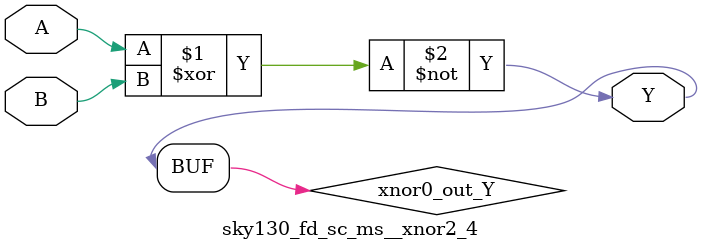
<source format=v>
/*
 * Copyright 2020 The SkyWater PDK Authors
 *
 * Licensed under the Apache License, Version 2.0 (the "License");
 * you may not use this file except in compliance with the License.
 * You may obtain a copy of the License at
 *
 *     https://www.apache.org/licenses/LICENSE-2.0
 *
 * Unless required by applicable law or agreed to in writing, software
 * distributed under the License is distributed on an "AS IS" BASIS,
 * WITHOUT WARRANTIES OR CONDITIONS OF ANY KIND, either express or implied.
 * See the License for the specific language governing permissions and
 * limitations under the License.
 *
 * SPDX-License-Identifier: Apache-2.0
*/


`ifndef SKY130_FD_SC_MS__XNOR2_4_FUNCTIONAL_V
`define SKY130_FD_SC_MS__XNOR2_4_FUNCTIONAL_V

/**
 * xnor2: 2-input exclusive NOR.
 *
 *        Y = !(A ^ B)
 *
 * Verilog simulation functional model.
 */

`timescale 1ns / 1ps
`default_nettype none

`celldefine
module sky130_fd_sc_ms__xnor2_4 (
    Y,
    A,
    B
);

    // Module ports
    output Y;
    input  A;
    input  B;

    // Local signals
    wire xnor0_out_Y;

    //   Name   Output       Other arguments
    xnor xnor0 (xnor0_out_Y, A, B           );
    buf  buf0  (Y          , xnor0_out_Y    );

endmodule
`endcelldefine

`default_nettype wire
`endif  // SKY130_FD_SC_MS__XNOR2_4_FUNCTIONAL_V

</source>
